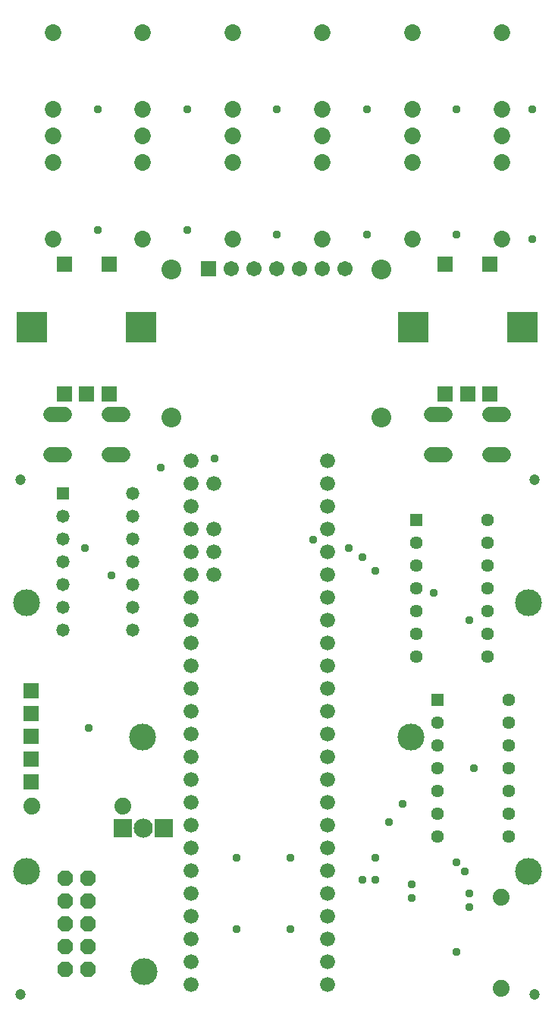
<source format=gbr>
G04 EAGLE Gerber RS-274X export*
G75*
%MOMM*%
%FSLAX34Y34*%
%LPD*%
%INSoldermask Top*%
%IPPOS*%
%AMOC8*
5,1,8,0,0,1.08239X$1,22.5*%
G01*
%ADD10C,1.879600*%
%ADD11R,1.711200X1.711200*%
%ADD12R,3.419200X3.419200*%
%ADD13P,1.869504X8X112.500000*%
%ADD14C,1.676400*%
%ADD15R,2.133600X2.133600*%
%ADD16C,2.133600*%
%ADD17C,3.003200*%
%ADD18C,1.853200*%
%ADD19C,1.727200*%
%ADD20C,2.203200*%
%ADD21C,1.711200*%
%ADD22R,1.470200X1.470200*%
%ADD23C,1.470200*%
%ADD24C,1.203200*%
%ADD25R,1.441200X1.441200*%
%ADD26C,1.441200*%
%ADD27C,0.959600*%


D10*
X26120Y222750D03*
X127720Y222750D03*
D11*
X62350Y681920D03*
X87350Y681920D03*
X112350Y681920D03*
X62350Y826920D03*
X112350Y826920D03*
D12*
X26350Y756920D03*
X148350Y756920D03*
D13*
X63310Y40450D03*
X63310Y65850D03*
X63310Y91250D03*
X63310Y116650D03*
X63310Y142050D03*
X88710Y40450D03*
X88710Y65850D03*
X88710Y91250D03*
X88710Y116650D03*
X88710Y142050D03*
D14*
X356160Y556610D03*
X356160Y531210D03*
X356160Y505810D03*
X356160Y480410D03*
X356160Y455010D03*
X356160Y429610D03*
X356160Y404210D03*
X356160Y378810D03*
X356160Y353410D03*
X356160Y328010D03*
X356160Y302610D03*
X356160Y277210D03*
X203760Y277210D03*
X203760Y302610D03*
X203760Y328010D03*
X203760Y353410D03*
X203760Y378810D03*
X203760Y404210D03*
X203760Y429610D03*
X203760Y455010D03*
X203760Y480410D03*
X203760Y505810D03*
X203760Y531210D03*
X356160Y582010D03*
X203760Y556610D03*
X203760Y582010D03*
X356160Y607410D03*
X203760Y607410D03*
X356160Y251810D03*
X203760Y251810D03*
X356160Y226410D03*
X356160Y201010D03*
X356160Y175610D03*
X356160Y150210D03*
X356160Y124810D03*
X356160Y99410D03*
X356160Y74010D03*
X356160Y48610D03*
X356160Y23210D03*
X203760Y23210D03*
X203760Y48610D03*
X203760Y74010D03*
X203760Y99410D03*
X203760Y124810D03*
X203760Y150210D03*
X203760Y175610D03*
X203760Y201010D03*
X203760Y226410D03*
X229160Y582010D03*
X229160Y531210D03*
X229160Y505810D03*
X229160Y480410D03*
D15*
X127660Y197744D03*
D16*
X150520Y197744D03*
D15*
X173380Y197744D03*
D17*
X151790Y37724D03*
D18*
X551180Y855002D03*
X551180Y940002D03*
X551180Y970002D03*
X250190Y1085050D03*
X250190Y1000050D03*
X250190Y970050D03*
X149860Y1085050D03*
X149860Y1000050D03*
X149860Y970050D03*
X49530Y1085050D03*
X49530Y1000050D03*
X49530Y970050D03*
X450850Y855002D03*
X450850Y940002D03*
X450850Y970002D03*
X350520Y855002D03*
X350520Y940002D03*
X350520Y970002D03*
X250190Y855002D03*
X250190Y940002D03*
X250190Y970002D03*
X149860Y855002D03*
X149860Y940002D03*
X149860Y970002D03*
X49530Y855002D03*
X49530Y940002D03*
X49530Y970002D03*
X551180Y1085050D03*
X551180Y1000050D03*
X551180Y970050D03*
X450850Y1085050D03*
X450850Y1000050D03*
X450850Y970050D03*
X350520Y1085050D03*
X350520Y1000050D03*
X350520Y970050D03*
D19*
X127582Y614364D02*
X112342Y614364D01*
X112342Y659576D02*
X127582Y659576D01*
X62558Y614364D02*
X47318Y614364D01*
X47318Y659576D02*
X62558Y659576D01*
X537772Y614164D02*
X553012Y614164D01*
X553012Y659376D02*
X537772Y659376D01*
X487988Y614164D02*
X472748Y614164D01*
X472748Y659376D02*
X487988Y659376D01*
D11*
X487780Y681820D03*
X512780Y681820D03*
X537780Y681820D03*
X487780Y826820D03*
X537780Y826820D03*
D12*
X451780Y756820D03*
X573780Y756820D03*
D20*
X181850Y820805D03*
X416610Y820805D03*
D11*
X223250Y821600D03*
D21*
X248650Y821600D03*
X274050Y821600D03*
X299450Y821600D03*
X324850Y821600D03*
X350250Y821600D03*
X375650Y821600D03*
D20*
X416610Y655705D03*
X181850Y655705D03*
D22*
X60950Y571200D03*
D23*
X60950Y545800D03*
X60950Y520400D03*
X60950Y495000D03*
X60950Y469600D03*
X60950Y444200D03*
X60950Y418800D03*
X139050Y418800D03*
X139050Y444200D03*
X139050Y469600D03*
X139050Y495000D03*
X139050Y520400D03*
X139050Y545800D03*
X139050Y571200D03*
D17*
X20355Y449645D03*
X580355Y449645D03*
X20355Y149645D03*
X580355Y149645D03*
D24*
X13355Y586645D03*
X587355Y586645D03*
X13355Y12645D03*
X587355Y12645D03*
D17*
X149895Y299505D03*
X449615Y299505D03*
D11*
X25400Y351080D03*
X25400Y325680D03*
X25400Y300280D03*
X25400Y274880D03*
X25400Y249480D03*
D25*
X479200Y341200D03*
D26*
X479200Y315800D03*
X479200Y290400D03*
X479200Y265000D03*
X479200Y239600D03*
X479200Y214200D03*
X479200Y188800D03*
X558600Y188800D03*
X558600Y214200D03*
X558600Y239600D03*
X558600Y265000D03*
X558600Y290400D03*
X558600Y315800D03*
X558600Y341200D03*
D25*
X455300Y541200D03*
D26*
X455300Y515800D03*
X455300Y490400D03*
X455300Y465000D03*
X455300Y439600D03*
X455300Y414200D03*
X455300Y388800D03*
X534700Y388800D03*
X534700Y414200D03*
X534700Y439600D03*
X534700Y465000D03*
X534700Y490400D03*
X534700Y515800D03*
X534700Y541200D03*
D10*
X550000Y120800D03*
X550000Y19200D03*
D27*
X230000Y610000D03*
X255000Y85000D03*
X315000Y85000D03*
X380000Y510000D03*
X170000Y600000D03*
X500000Y60000D03*
X520000Y265000D03*
X515000Y430000D03*
X255000Y165000D03*
X315000Y165000D03*
X340000Y520000D03*
X410000Y165000D03*
X85000Y510000D03*
X115000Y480000D03*
X90000Y310000D03*
X100000Y1000000D03*
X200000Y1000000D03*
X100000Y865000D03*
X200000Y865000D03*
X395000Y140000D03*
X425000Y205000D03*
X450000Y120000D03*
X515000Y110000D03*
X395000Y500000D03*
X510000Y150000D03*
X410000Y140000D03*
X440000Y225000D03*
X450000Y135000D03*
X515000Y125000D03*
X410000Y485000D03*
X500000Y160000D03*
X400000Y860000D03*
X500000Y860000D03*
X300000Y860000D03*
X585000Y855000D03*
X300000Y1000000D03*
X400000Y1000000D03*
X475000Y460000D03*
X500000Y1000000D03*
X585000Y1000000D03*
M02*

</source>
